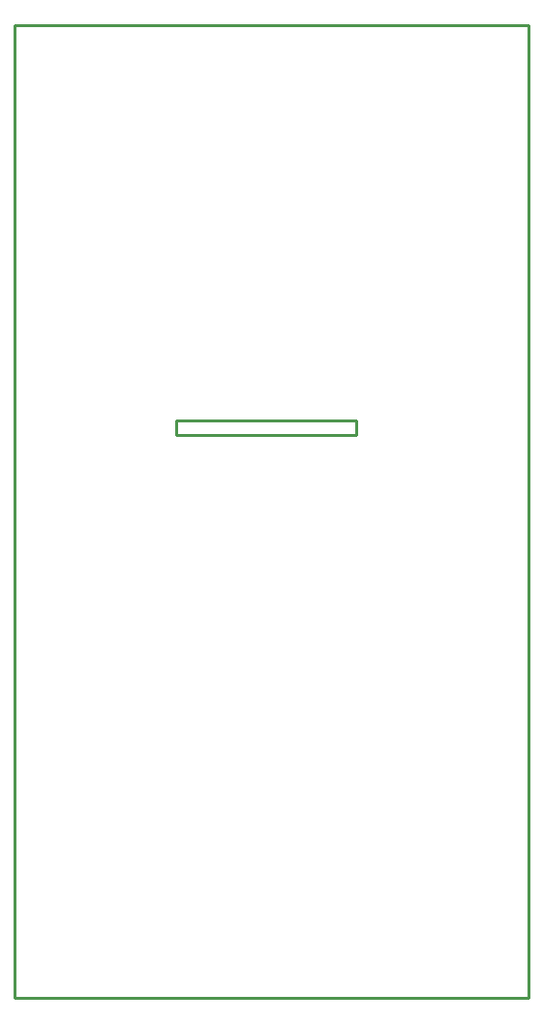
<source format=gko>
G04 Layer: BoardOutline*
G04 EasyEDA v6.4.25, 2021-11-26T11:29:21--8:00*
G04 ba2494323d054017aa17e43c7504b7a8,82b849d010ff45bfbede6d5bbb018b0e,10*
G04 Gerber Generator version 0.2*
G04 Scale: 100 percent, Rotated: No, Reflected: No *
G04 Dimensions in millimeters *
G04 leading zeros omitted , absolute positions ,4 integer and 5 decimal *
%FSLAX45Y45*%
%MOMM*%

%ADD10C,0.2540*%
D10*
X700001Y9800000D02*
G01*
X5199999Y9800000D01*
X5199999Y1299999D01*
X700001Y1299999D01*
X700001Y9800000D01*
X3686535Y6346078D02*
G01*
X2111537Y6346078D01*
X2111537Y6219078D01*
X3686535Y6219078D01*
X3686535Y6346078D01*

%LPD*%
M02*

</source>
